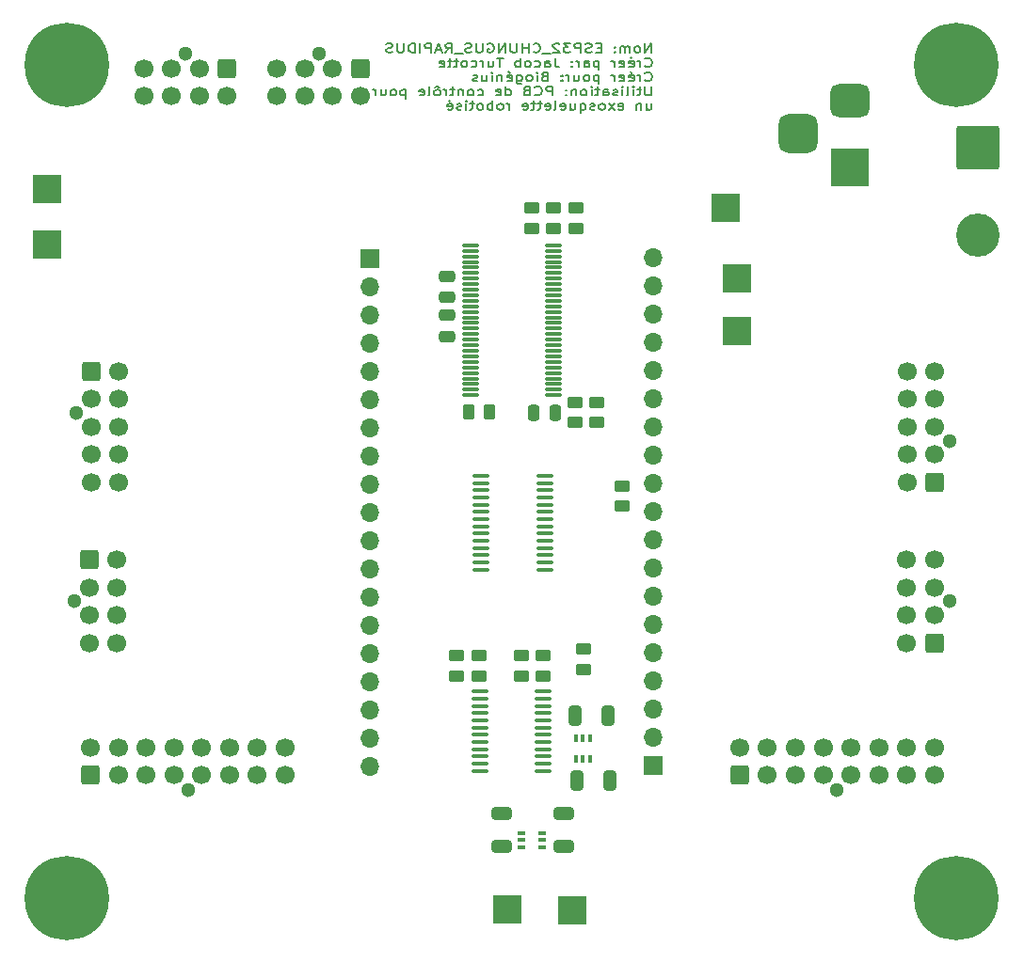
<source format=gbr>
%TF.GenerationSoftware,KiCad,Pcbnew,8.0.1-rc1*%
%TF.CreationDate,2024-04-06T08:28:56-04:00*%
%TF.ProjectId,ESP32_CHUNGUS_RAPIDUS,45535033-325f-4434-9855-4e4755535f52,rev?*%
%TF.SameCoordinates,Original*%
%TF.FileFunction,Soldermask,Bot*%
%TF.FilePolarity,Negative*%
%FSLAX46Y46*%
G04 Gerber Fmt 4.6, Leading zero omitted, Abs format (unit mm)*
G04 Created by KiCad (PCBNEW 8.0.1-rc1) date 2024-04-06 08:28:56*
%MOMM*%
%LPD*%
G01*
G04 APERTURE LIST*
G04 Aperture macros list*
%AMRoundRect*
0 Rectangle with rounded corners*
0 $1 Rounding radius*
0 $2 $3 $4 $5 $6 $7 $8 $9 X,Y pos of 4 corners*
0 Add a 4 corners polygon primitive as box body*
4,1,4,$2,$3,$4,$5,$6,$7,$8,$9,$2,$3,0*
0 Add four circle primitives for the rounded corners*
1,1,$1+$1,$2,$3*
1,1,$1+$1,$4,$5*
1,1,$1+$1,$6,$7*
1,1,$1+$1,$8,$9*
0 Add four rect primitives between the rounded corners*
20,1,$1+$1,$2,$3,$4,$5,0*
20,1,$1+$1,$4,$5,$6,$7,0*
20,1,$1+$1,$6,$7,$8,$9,0*
20,1,$1+$1,$8,$9,$2,$3,0*%
G04 Aperture macros list end*
%ADD10C,0.200000*%
%ADD11R,1.700000X1.700000*%
%ADD12O,1.700000X1.700000*%
%ADD13R,2.500000X2.500000*%
%ADD14C,1.300000*%
%ADD15RoundRect,0.250000X0.600000X-0.600000X0.600000X0.600000X-0.600000X0.600000X-0.600000X-0.600000X0*%
%ADD16C,1.700000*%
%ADD17C,7.600000*%
%ADD18RoundRect,0.250002X-1.699998X1.699998X-1.699998X-1.699998X1.699998X-1.699998X1.699998X1.699998X0*%
%ADD19C,3.900000*%
%ADD20RoundRect,0.250000X-0.600000X-0.600000X0.600000X-0.600000X0.600000X0.600000X-0.600000X0.600000X0*%
%ADD21RoundRect,0.250000X0.600000X0.600000X-0.600000X0.600000X-0.600000X-0.600000X0.600000X-0.600000X0*%
%ADD22RoundRect,0.250000X-0.600000X0.600000X-0.600000X-0.600000X0.600000X-0.600000X0.600000X0.600000X0*%
%ADD23R,3.500000X3.500000*%
%ADD24RoundRect,0.750000X-1.000000X0.750000X-1.000000X-0.750000X1.000000X-0.750000X1.000000X0.750000X0*%
%ADD25RoundRect,0.875000X-0.875000X0.875000X-0.875000X-0.875000X0.875000X-0.875000X0.875000X0.875000X0*%
%ADD26RoundRect,0.100000X0.637500X0.100000X-0.637500X0.100000X-0.637500X-0.100000X0.637500X-0.100000X0*%
%ADD27RoundRect,0.250000X-0.475000X0.250000X-0.475000X-0.250000X0.475000X-0.250000X0.475000X0.250000X0*%
%ADD28RoundRect,0.250000X-0.450000X0.262500X-0.450000X-0.262500X0.450000X-0.262500X0.450000X0.262500X0*%
%ADD29RoundRect,0.250000X0.450000X-0.262500X0.450000X0.262500X-0.450000X0.262500X-0.450000X-0.262500X0*%
%ADD30RoundRect,0.250000X0.475000X-0.250000X0.475000X0.250000X-0.475000X0.250000X-0.475000X-0.250000X0*%
%ADD31RoundRect,0.075000X0.662500X0.075000X-0.662500X0.075000X-0.662500X-0.075000X0.662500X-0.075000X0*%
%ADD32RoundRect,0.250000X0.325000X0.650000X-0.325000X0.650000X-0.325000X-0.650000X0.325000X-0.650000X0*%
%ADD33RoundRect,0.250000X-0.325000X-0.650000X0.325000X-0.650000X0.325000X0.650000X-0.325000X0.650000X0*%
%ADD34RoundRect,0.250000X0.262500X0.450000X-0.262500X0.450000X-0.262500X-0.450000X0.262500X-0.450000X0*%
%ADD35RoundRect,0.250000X-0.650000X0.325000X-0.650000X-0.325000X0.650000X-0.325000X0.650000X0.325000X0*%
%ADD36RoundRect,0.250000X0.650000X-0.325000X0.650000X0.325000X-0.650000X0.325000X-0.650000X-0.325000X0*%
%ADD37RoundRect,0.250000X-0.250000X-0.475000X0.250000X-0.475000X0.250000X0.475000X-0.250000X0.475000X0*%
%ADD38RoundRect,0.100000X-0.225000X-0.100000X0.225000X-0.100000X0.225000X0.100000X-0.225000X0.100000X0*%
%ADD39RoundRect,0.100000X-0.100000X0.225000X-0.100000X-0.225000X0.100000X-0.225000X0.100000X0.225000X0*%
G04 APERTURE END LIST*
D10*
X92700326Y-21589875D02*
X92700326Y-20789875D01*
X92700326Y-20789875D02*
X92128898Y-21589875D01*
X92128898Y-21589875D02*
X92128898Y-20789875D01*
X91509850Y-21589875D02*
X91605088Y-21551780D01*
X91605088Y-21551780D02*
X91652707Y-21513684D01*
X91652707Y-21513684D02*
X91700326Y-21437494D01*
X91700326Y-21437494D02*
X91700326Y-21208922D01*
X91700326Y-21208922D02*
X91652707Y-21132732D01*
X91652707Y-21132732D02*
X91605088Y-21094637D01*
X91605088Y-21094637D02*
X91509850Y-21056541D01*
X91509850Y-21056541D02*
X91366993Y-21056541D01*
X91366993Y-21056541D02*
X91271755Y-21094637D01*
X91271755Y-21094637D02*
X91224136Y-21132732D01*
X91224136Y-21132732D02*
X91176517Y-21208922D01*
X91176517Y-21208922D02*
X91176517Y-21437494D01*
X91176517Y-21437494D02*
X91224136Y-21513684D01*
X91224136Y-21513684D02*
X91271755Y-21551780D01*
X91271755Y-21551780D02*
X91366993Y-21589875D01*
X91366993Y-21589875D02*
X91509850Y-21589875D01*
X90747945Y-21589875D02*
X90747945Y-21056541D01*
X90747945Y-21132732D02*
X90700326Y-21094637D01*
X90700326Y-21094637D02*
X90605088Y-21056541D01*
X90605088Y-21056541D02*
X90462231Y-21056541D01*
X90462231Y-21056541D02*
X90366993Y-21094637D01*
X90366993Y-21094637D02*
X90319374Y-21170827D01*
X90319374Y-21170827D02*
X90319374Y-21589875D01*
X90319374Y-21170827D02*
X90271755Y-21094637D01*
X90271755Y-21094637D02*
X90176517Y-21056541D01*
X90176517Y-21056541D02*
X90033660Y-21056541D01*
X90033660Y-21056541D02*
X89938421Y-21094637D01*
X89938421Y-21094637D02*
X89890802Y-21170827D01*
X89890802Y-21170827D02*
X89890802Y-21589875D01*
X89414612Y-21513684D02*
X89366993Y-21551780D01*
X89366993Y-21551780D02*
X89414612Y-21589875D01*
X89414612Y-21589875D02*
X89462231Y-21551780D01*
X89462231Y-21551780D02*
X89414612Y-21513684D01*
X89414612Y-21513684D02*
X89414612Y-21589875D01*
X89414612Y-21094637D02*
X89366993Y-21132732D01*
X89366993Y-21132732D02*
X89414612Y-21170827D01*
X89414612Y-21170827D02*
X89462231Y-21132732D01*
X89462231Y-21132732D02*
X89414612Y-21094637D01*
X89414612Y-21094637D02*
X89414612Y-21170827D01*
X88176517Y-21170827D02*
X87843184Y-21170827D01*
X87700327Y-21589875D02*
X88176517Y-21589875D01*
X88176517Y-21589875D02*
X88176517Y-20789875D01*
X88176517Y-20789875D02*
X87700327Y-20789875D01*
X87319374Y-21551780D02*
X87176517Y-21589875D01*
X87176517Y-21589875D02*
X86938422Y-21589875D01*
X86938422Y-21589875D02*
X86843184Y-21551780D01*
X86843184Y-21551780D02*
X86795565Y-21513684D01*
X86795565Y-21513684D02*
X86747946Y-21437494D01*
X86747946Y-21437494D02*
X86747946Y-21361303D01*
X86747946Y-21361303D02*
X86795565Y-21285113D01*
X86795565Y-21285113D02*
X86843184Y-21247018D01*
X86843184Y-21247018D02*
X86938422Y-21208922D01*
X86938422Y-21208922D02*
X87128898Y-21170827D01*
X87128898Y-21170827D02*
X87224136Y-21132732D01*
X87224136Y-21132732D02*
X87271755Y-21094637D01*
X87271755Y-21094637D02*
X87319374Y-21018446D01*
X87319374Y-21018446D02*
X87319374Y-20942256D01*
X87319374Y-20942256D02*
X87271755Y-20866065D01*
X87271755Y-20866065D02*
X87224136Y-20827970D01*
X87224136Y-20827970D02*
X87128898Y-20789875D01*
X87128898Y-20789875D02*
X86890803Y-20789875D01*
X86890803Y-20789875D02*
X86747946Y-20827970D01*
X86319374Y-21589875D02*
X86319374Y-20789875D01*
X86319374Y-20789875D02*
X85938422Y-20789875D01*
X85938422Y-20789875D02*
X85843184Y-20827970D01*
X85843184Y-20827970D02*
X85795565Y-20866065D01*
X85795565Y-20866065D02*
X85747946Y-20942256D01*
X85747946Y-20942256D02*
X85747946Y-21056541D01*
X85747946Y-21056541D02*
X85795565Y-21132732D01*
X85795565Y-21132732D02*
X85843184Y-21170827D01*
X85843184Y-21170827D02*
X85938422Y-21208922D01*
X85938422Y-21208922D02*
X86319374Y-21208922D01*
X85414612Y-20789875D02*
X84795565Y-20789875D01*
X84795565Y-20789875D02*
X85128898Y-21094637D01*
X85128898Y-21094637D02*
X84986041Y-21094637D01*
X84986041Y-21094637D02*
X84890803Y-21132732D01*
X84890803Y-21132732D02*
X84843184Y-21170827D01*
X84843184Y-21170827D02*
X84795565Y-21247018D01*
X84795565Y-21247018D02*
X84795565Y-21437494D01*
X84795565Y-21437494D02*
X84843184Y-21513684D01*
X84843184Y-21513684D02*
X84890803Y-21551780D01*
X84890803Y-21551780D02*
X84986041Y-21589875D01*
X84986041Y-21589875D02*
X85271755Y-21589875D01*
X85271755Y-21589875D02*
X85366993Y-21551780D01*
X85366993Y-21551780D02*
X85414612Y-21513684D01*
X84414612Y-20866065D02*
X84366993Y-20827970D01*
X84366993Y-20827970D02*
X84271755Y-20789875D01*
X84271755Y-20789875D02*
X84033660Y-20789875D01*
X84033660Y-20789875D02*
X83938422Y-20827970D01*
X83938422Y-20827970D02*
X83890803Y-20866065D01*
X83890803Y-20866065D02*
X83843184Y-20942256D01*
X83843184Y-20942256D02*
X83843184Y-21018446D01*
X83843184Y-21018446D02*
X83890803Y-21132732D01*
X83890803Y-21132732D02*
X84462231Y-21589875D01*
X84462231Y-21589875D02*
X83843184Y-21589875D01*
X83652708Y-21666065D02*
X82890803Y-21666065D01*
X82081279Y-21513684D02*
X82128898Y-21551780D01*
X82128898Y-21551780D02*
X82271755Y-21589875D01*
X82271755Y-21589875D02*
X82366993Y-21589875D01*
X82366993Y-21589875D02*
X82509850Y-21551780D01*
X82509850Y-21551780D02*
X82605088Y-21475589D01*
X82605088Y-21475589D02*
X82652707Y-21399399D01*
X82652707Y-21399399D02*
X82700326Y-21247018D01*
X82700326Y-21247018D02*
X82700326Y-21132732D01*
X82700326Y-21132732D02*
X82652707Y-20980351D01*
X82652707Y-20980351D02*
X82605088Y-20904160D01*
X82605088Y-20904160D02*
X82509850Y-20827970D01*
X82509850Y-20827970D02*
X82366993Y-20789875D01*
X82366993Y-20789875D02*
X82271755Y-20789875D01*
X82271755Y-20789875D02*
X82128898Y-20827970D01*
X82128898Y-20827970D02*
X82081279Y-20866065D01*
X81652707Y-21589875D02*
X81652707Y-20789875D01*
X81652707Y-21170827D02*
X81081279Y-21170827D01*
X81081279Y-21589875D02*
X81081279Y-20789875D01*
X80605088Y-20789875D02*
X80605088Y-21437494D01*
X80605088Y-21437494D02*
X80557469Y-21513684D01*
X80557469Y-21513684D02*
X80509850Y-21551780D01*
X80509850Y-21551780D02*
X80414612Y-21589875D01*
X80414612Y-21589875D02*
X80224136Y-21589875D01*
X80224136Y-21589875D02*
X80128898Y-21551780D01*
X80128898Y-21551780D02*
X80081279Y-21513684D01*
X80081279Y-21513684D02*
X80033660Y-21437494D01*
X80033660Y-21437494D02*
X80033660Y-20789875D01*
X79557469Y-21589875D02*
X79557469Y-20789875D01*
X79557469Y-20789875D02*
X78986041Y-21589875D01*
X78986041Y-21589875D02*
X78986041Y-20789875D01*
X77986041Y-20827970D02*
X78081279Y-20789875D01*
X78081279Y-20789875D02*
X78224136Y-20789875D01*
X78224136Y-20789875D02*
X78366993Y-20827970D01*
X78366993Y-20827970D02*
X78462231Y-20904160D01*
X78462231Y-20904160D02*
X78509850Y-20980351D01*
X78509850Y-20980351D02*
X78557469Y-21132732D01*
X78557469Y-21132732D02*
X78557469Y-21247018D01*
X78557469Y-21247018D02*
X78509850Y-21399399D01*
X78509850Y-21399399D02*
X78462231Y-21475589D01*
X78462231Y-21475589D02*
X78366993Y-21551780D01*
X78366993Y-21551780D02*
X78224136Y-21589875D01*
X78224136Y-21589875D02*
X78128898Y-21589875D01*
X78128898Y-21589875D02*
X77986041Y-21551780D01*
X77986041Y-21551780D02*
X77938422Y-21513684D01*
X77938422Y-21513684D02*
X77938422Y-21247018D01*
X77938422Y-21247018D02*
X78128898Y-21247018D01*
X77509850Y-20789875D02*
X77509850Y-21437494D01*
X77509850Y-21437494D02*
X77462231Y-21513684D01*
X77462231Y-21513684D02*
X77414612Y-21551780D01*
X77414612Y-21551780D02*
X77319374Y-21589875D01*
X77319374Y-21589875D02*
X77128898Y-21589875D01*
X77128898Y-21589875D02*
X77033660Y-21551780D01*
X77033660Y-21551780D02*
X76986041Y-21513684D01*
X76986041Y-21513684D02*
X76938422Y-21437494D01*
X76938422Y-21437494D02*
X76938422Y-20789875D01*
X76509850Y-21551780D02*
X76366993Y-21589875D01*
X76366993Y-21589875D02*
X76128898Y-21589875D01*
X76128898Y-21589875D02*
X76033660Y-21551780D01*
X76033660Y-21551780D02*
X75986041Y-21513684D01*
X75986041Y-21513684D02*
X75938422Y-21437494D01*
X75938422Y-21437494D02*
X75938422Y-21361303D01*
X75938422Y-21361303D02*
X75986041Y-21285113D01*
X75986041Y-21285113D02*
X76033660Y-21247018D01*
X76033660Y-21247018D02*
X76128898Y-21208922D01*
X76128898Y-21208922D02*
X76319374Y-21170827D01*
X76319374Y-21170827D02*
X76414612Y-21132732D01*
X76414612Y-21132732D02*
X76462231Y-21094637D01*
X76462231Y-21094637D02*
X76509850Y-21018446D01*
X76509850Y-21018446D02*
X76509850Y-20942256D01*
X76509850Y-20942256D02*
X76462231Y-20866065D01*
X76462231Y-20866065D02*
X76414612Y-20827970D01*
X76414612Y-20827970D02*
X76319374Y-20789875D01*
X76319374Y-20789875D02*
X76081279Y-20789875D01*
X76081279Y-20789875D02*
X75938422Y-20827970D01*
X75747946Y-21666065D02*
X74986041Y-21666065D01*
X74176517Y-21589875D02*
X74509850Y-21208922D01*
X74747945Y-21589875D02*
X74747945Y-20789875D01*
X74747945Y-20789875D02*
X74366993Y-20789875D01*
X74366993Y-20789875D02*
X74271755Y-20827970D01*
X74271755Y-20827970D02*
X74224136Y-20866065D01*
X74224136Y-20866065D02*
X74176517Y-20942256D01*
X74176517Y-20942256D02*
X74176517Y-21056541D01*
X74176517Y-21056541D02*
X74224136Y-21132732D01*
X74224136Y-21132732D02*
X74271755Y-21170827D01*
X74271755Y-21170827D02*
X74366993Y-21208922D01*
X74366993Y-21208922D02*
X74747945Y-21208922D01*
X73795564Y-21361303D02*
X73319374Y-21361303D01*
X73890802Y-21589875D02*
X73557469Y-20789875D01*
X73557469Y-20789875D02*
X73224136Y-21589875D01*
X72890802Y-21589875D02*
X72890802Y-20789875D01*
X72890802Y-20789875D02*
X72509850Y-20789875D01*
X72509850Y-20789875D02*
X72414612Y-20827970D01*
X72414612Y-20827970D02*
X72366993Y-20866065D01*
X72366993Y-20866065D02*
X72319374Y-20942256D01*
X72319374Y-20942256D02*
X72319374Y-21056541D01*
X72319374Y-21056541D02*
X72366993Y-21132732D01*
X72366993Y-21132732D02*
X72414612Y-21170827D01*
X72414612Y-21170827D02*
X72509850Y-21208922D01*
X72509850Y-21208922D02*
X72890802Y-21208922D01*
X71890802Y-21589875D02*
X71890802Y-20789875D01*
X71414612Y-21589875D02*
X71414612Y-20789875D01*
X71414612Y-20789875D02*
X71176517Y-20789875D01*
X71176517Y-20789875D02*
X71033660Y-20827970D01*
X71033660Y-20827970D02*
X70938422Y-20904160D01*
X70938422Y-20904160D02*
X70890803Y-20980351D01*
X70890803Y-20980351D02*
X70843184Y-21132732D01*
X70843184Y-21132732D02*
X70843184Y-21247018D01*
X70843184Y-21247018D02*
X70890803Y-21399399D01*
X70890803Y-21399399D02*
X70938422Y-21475589D01*
X70938422Y-21475589D02*
X71033660Y-21551780D01*
X71033660Y-21551780D02*
X71176517Y-21589875D01*
X71176517Y-21589875D02*
X71414612Y-21589875D01*
X70414612Y-20789875D02*
X70414612Y-21437494D01*
X70414612Y-21437494D02*
X70366993Y-21513684D01*
X70366993Y-21513684D02*
X70319374Y-21551780D01*
X70319374Y-21551780D02*
X70224136Y-21589875D01*
X70224136Y-21589875D02*
X70033660Y-21589875D01*
X70033660Y-21589875D02*
X69938422Y-21551780D01*
X69938422Y-21551780D02*
X69890803Y-21513684D01*
X69890803Y-21513684D02*
X69843184Y-21437494D01*
X69843184Y-21437494D02*
X69843184Y-20789875D01*
X69414612Y-21551780D02*
X69271755Y-21589875D01*
X69271755Y-21589875D02*
X69033660Y-21589875D01*
X69033660Y-21589875D02*
X68938422Y-21551780D01*
X68938422Y-21551780D02*
X68890803Y-21513684D01*
X68890803Y-21513684D02*
X68843184Y-21437494D01*
X68843184Y-21437494D02*
X68843184Y-21361303D01*
X68843184Y-21361303D02*
X68890803Y-21285113D01*
X68890803Y-21285113D02*
X68938422Y-21247018D01*
X68938422Y-21247018D02*
X69033660Y-21208922D01*
X69033660Y-21208922D02*
X69224136Y-21170827D01*
X69224136Y-21170827D02*
X69319374Y-21132732D01*
X69319374Y-21132732D02*
X69366993Y-21094637D01*
X69366993Y-21094637D02*
X69414612Y-21018446D01*
X69414612Y-21018446D02*
X69414612Y-20942256D01*
X69414612Y-20942256D02*
X69366993Y-20866065D01*
X69366993Y-20866065D02*
X69319374Y-20827970D01*
X69319374Y-20827970D02*
X69224136Y-20789875D01*
X69224136Y-20789875D02*
X68986041Y-20789875D01*
X68986041Y-20789875D02*
X68843184Y-20827970D01*
X92128898Y-22801639D02*
X92176517Y-22839735D01*
X92176517Y-22839735D02*
X92319374Y-22877830D01*
X92319374Y-22877830D02*
X92414612Y-22877830D01*
X92414612Y-22877830D02*
X92557469Y-22839735D01*
X92557469Y-22839735D02*
X92652707Y-22763544D01*
X92652707Y-22763544D02*
X92700326Y-22687354D01*
X92700326Y-22687354D02*
X92747945Y-22534973D01*
X92747945Y-22534973D02*
X92747945Y-22420687D01*
X92747945Y-22420687D02*
X92700326Y-22268306D01*
X92700326Y-22268306D02*
X92652707Y-22192115D01*
X92652707Y-22192115D02*
X92557469Y-22115925D01*
X92557469Y-22115925D02*
X92414612Y-22077830D01*
X92414612Y-22077830D02*
X92319374Y-22077830D01*
X92319374Y-22077830D02*
X92176517Y-22115925D01*
X92176517Y-22115925D02*
X92128898Y-22154020D01*
X91700326Y-22877830D02*
X91700326Y-22344496D01*
X91700326Y-22496877D02*
X91652707Y-22420687D01*
X91652707Y-22420687D02*
X91605088Y-22382592D01*
X91605088Y-22382592D02*
X91509850Y-22344496D01*
X91509850Y-22344496D02*
X91414612Y-22344496D01*
X90700326Y-22839735D02*
X90795564Y-22877830D01*
X90795564Y-22877830D02*
X90986040Y-22877830D01*
X90986040Y-22877830D02*
X91081278Y-22839735D01*
X91081278Y-22839735D02*
X91128897Y-22763544D01*
X91128897Y-22763544D02*
X91128897Y-22458782D01*
X91128897Y-22458782D02*
X91081278Y-22382592D01*
X91081278Y-22382592D02*
X90986040Y-22344496D01*
X90986040Y-22344496D02*
X90795564Y-22344496D01*
X90795564Y-22344496D02*
X90700326Y-22382592D01*
X90700326Y-22382592D02*
X90652707Y-22458782D01*
X90652707Y-22458782D02*
X90652707Y-22534973D01*
X90652707Y-22534973D02*
X91128897Y-22611163D01*
X90795564Y-22039735D02*
X90938421Y-22154020D01*
X89843183Y-22839735D02*
X89938421Y-22877830D01*
X89938421Y-22877830D02*
X90128897Y-22877830D01*
X90128897Y-22877830D02*
X90224135Y-22839735D01*
X90224135Y-22839735D02*
X90271754Y-22763544D01*
X90271754Y-22763544D02*
X90271754Y-22458782D01*
X90271754Y-22458782D02*
X90224135Y-22382592D01*
X90224135Y-22382592D02*
X90128897Y-22344496D01*
X90128897Y-22344496D02*
X89938421Y-22344496D01*
X89938421Y-22344496D02*
X89843183Y-22382592D01*
X89843183Y-22382592D02*
X89795564Y-22458782D01*
X89795564Y-22458782D02*
X89795564Y-22534973D01*
X89795564Y-22534973D02*
X90271754Y-22611163D01*
X89366992Y-22877830D02*
X89366992Y-22344496D01*
X89366992Y-22496877D02*
X89319373Y-22420687D01*
X89319373Y-22420687D02*
X89271754Y-22382592D01*
X89271754Y-22382592D02*
X89176516Y-22344496D01*
X89176516Y-22344496D02*
X89081278Y-22344496D01*
X87986039Y-22344496D02*
X87986039Y-23144496D01*
X87986039Y-22382592D02*
X87890801Y-22344496D01*
X87890801Y-22344496D02*
X87700325Y-22344496D01*
X87700325Y-22344496D02*
X87605087Y-22382592D01*
X87605087Y-22382592D02*
X87557468Y-22420687D01*
X87557468Y-22420687D02*
X87509849Y-22496877D01*
X87509849Y-22496877D02*
X87509849Y-22725449D01*
X87509849Y-22725449D02*
X87557468Y-22801639D01*
X87557468Y-22801639D02*
X87605087Y-22839735D01*
X87605087Y-22839735D02*
X87700325Y-22877830D01*
X87700325Y-22877830D02*
X87890801Y-22877830D01*
X87890801Y-22877830D02*
X87986039Y-22839735D01*
X86652706Y-22877830D02*
X86652706Y-22458782D01*
X86652706Y-22458782D02*
X86700325Y-22382592D01*
X86700325Y-22382592D02*
X86795563Y-22344496D01*
X86795563Y-22344496D02*
X86986039Y-22344496D01*
X86986039Y-22344496D02*
X87081277Y-22382592D01*
X86652706Y-22839735D02*
X86747944Y-22877830D01*
X86747944Y-22877830D02*
X86986039Y-22877830D01*
X86986039Y-22877830D02*
X87081277Y-22839735D01*
X87081277Y-22839735D02*
X87128896Y-22763544D01*
X87128896Y-22763544D02*
X87128896Y-22687354D01*
X87128896Y-22687354D02*
X87081277Y-22611163D01*
X87081277Y-22611163D02*
X86986039Y-22573068D01*
X86986039Y-22573068D02*
X86747944Y-22573068D01*
X86747944Y-22573068D02*
X86652706Y-22534973D01*
X86176515Y-22877830D02*
X86176515Y-22344496D01*
X86176515Y-22496877D02*
X86128896Y-22420687D01*
X86128896Y-22420687D02*
X86081277Y-22382592D01*
X86081277Y-22382592D02*
X85986039Y-22344496D01*
X85986039Y-22344496D02*
X85890801Y-22344496D01*
X85557467Y-22801639D02*
X85509848Y-22839735D01*
X85509848Y-22839735D02*
X85557467Y-22877830D01*
X85557467Y-22877830D02*
X85605086Y-22839735D01*
X85605086Y-22839735D02*
X85557467Y-22801639D01*
X85557467Y-22801639D02*
X85557467Y-22877830D01*
X85557467Y-22382592D02*
X85509848Y-22420687D01*
X85509848Y-22420687D02*
X85557467Y-22458782D01*
X85557467Y-22458782D02*
X85605086Y-22420687D01*
X85605086Y-22420687D02*
X85557467Y-22382592D01*
X85557467Y-22382592D02*
X85557467Y-22458782D01*
X84033658Y-22077830D02*
X84033658Y-22649258D01*
X84033658Y-22649258D02*
X84081277Y-22763544D01*
X84081277Y-22763544D02*
X84176515Y-22839735D01*
X84176515Y-22839735D02*
X84319372Y-22877830D01*
X84319372Y-22877830D02*
X84414610Y-22877830D01*
X83128896Y-22877830D02*
X83128896Y-22458782D01*
X83128896Y-22458782D02*
X83176515Y-22382592D01*
X83176515Y-22382592D02*
X83271753Y-22344496D01*
X83271753Y-22344496D02*
X83462229Y-22344496D01*
X83462229Y-22344496D02*
X83557467Y-22382592D01*
X83128896Y-22839735D02*
X83224134Y-22877830D01*
X83224134Y-22877830D02*
X83462229Y-22877830D01*
X83462229Y-22877830D02*
X83557467Y-22839735D01*
X83557467Y-22839735D02*
X83605086Y-22763544D01*
X83605086Y-22763544D02*
X83605086Y-22687354D01*
X83605086Y-22687354D02*
X83557467Y-22611163D01*
X83557467Y-22611163D02*
X83462229Y-22573068D01*
X83462229Y-22573068D02*
X83224134Y-22573068D01*
X83224134Y-22573068D02*
X83128896Y-22534973D01*
X82224134Y-22839735D02*
X82319372Y-22877830D01*
X82319372Y-22877830D02*
X82509848Y-22877830D01*
X82509848Y-22877830D02*
X82605086Y-22839735D01*
X82605086Y-22839735D02*
X82652705Y-22801639D01*
X82652705Y-22801639D02*
X82700324Y-22725449D01*
X82700324Y-22725449D02*
X82700324Y-22496877D01*
X82700324Y-22496877D02*
X82652705Y-22420687D01*
X82652705Y-22420687D02*
X82605086Y-22382592D01*
X82605086Y-22382592D02*
X82509848Y-22344496D01*
X82509848Y-22344496D02*
X82319372Y-22344496D01*
X82319372Y-22344496D02*
X82224134Y-22382592D01*
X81652705Y-22877830D02*
X81747943Y-22839735D01*
X81747943Y-22839735D02*
X81795562Y-22801639D01*
X81795562Y-22801639D02*
X81843181Y-22725449D01*
X81843181Y-22725449D02*
X81843181Y-22496877D01*
X81843181Y-22496877D02*
X81795562Y-22420687D01*
X81795562Y-22420687D02*
X81747943Y-22382592D01*
X81747943Y-22382592D02*
X81652705Y-22344496D01*
X81652705Y-22344496D02*
X81509848Y-22344496D01*
X81509848Y-22344496D02*
X81414610Y-22382592D01*
X81414610Y-22382592D02*
X81366991Y-22420687D01*
X81366991Y-22420687D02*
X81319372Y-22496877D01*
X81319372Y-22496877D02*
X81319372Y-22725449D01*
X81319372Y-22725449D02*
X81366991Y-22801639D01*
X81366991Y-22801639D02*
X81414610Y-22839735D01*
X81414610Y-22839735D02*
X81509848Y-22877830D01*
X81509848Y-22877830D02*
X81652705Y-22877830D01*
X80890800Y-22877830D02*
X80890800Y-22077830D01*
X80890800Y-22382592D02*
X80795562Y-22344496D01*
X80795562Y-22344496D02*
X80605086Y-22344496D01*
X80605086Y-22344496D02*
X80509848Y-22382592D01*
X80509848Y-22382592D02*
X80462229Y-22420687D01*
X80462229Y-22420687D02*
X80414610Y-22496877D01*
X80414610Y-22496877D02*
X80414610Y-22725449D01*
X80414610Y-22725449D02*
X80462229Y-22801639D01*
X80462229Y-22801639D02*
X80509848Y-22839735D01*
X80509848Y-22839735D02*
X80605086Y-22877830D01*
X80605086Y-22877830D02*
X80795562Y-22877830D01*
X80795562Y-22877830D02*
X80890800Y-22839735D01*
X79366990Y-22077830D02*
X78795562Y-22077830D01*
X79081276Y-22877830D02*
X79081276Y-22077830D01*
X78033657Y-22344496D02*
X78033657Y-22877830D01*
X78462228Y-22344496D02*
X78462228Y-22763544D01*
X78462228Y-22763544D02*
X78414609Y-22839735D01*
X78414609Y-22839735D02*
X78319371Y-22877830D01*
X78319371Y-22877830D02*
X78176514Y-22877830D01*
X78176514Y-22877830D02*
X78081276Y-22839735D01*
X78081276Y-22839735D02*
X78033657Y-22801639D01*
X77557466Y-22877830D02*
X77557466Y-22344496D01*
X77557466Y-22496877D02*
X77509847Y-22420687D01*
X77509847Y-22420687D02*
X77462228Y-22382592D01*
X77462228Y-22382592D02*
X77366990Y-22344496D01*
X77366990Y-22344496D02*
X77271752Y-22344496D01*
X76509847Y-22839735D02*
X76605085Y-22877830D01*
X76605085Y-22877830D02*
X76795561Y-22877830D01*
X76795561Y-22877830D02*
X76890799Y-22839735D01*
X76890799Y-22839735D02*
X76938418Y-22801639D01*
X76938418Y-22801639D02*
X76986037Y-22725449D01*
X76986037Y-22725449D02*
X76986037Y-22496877D01*
X76986037Y-22496877D02*
X76938418Y-22420687D01*
X76938418Y-22420687D02*
X76890799Y-22382592D01*
X76890799Y-22382592D02*
X76795561Y-22344496D01*
X76795561Y-22344496D02*
X76605085Y-22344496D01*
X76605085Y-22344496D02*
X76509847Y-22382592D01*
X75938418Y-22877830D02*
X76033656Y-22839735D01*
X76033656Y-22839735D02*
X76081275Y-22801639D01*
X76081275Y-22801639D02*
X76128894Y-22725449D01*
X76128894Y-22725449D02*
X76128894Y-22496877D01*
X76128894Y-22496877D02*
X76081275Y-22420687D01*
X76081275Y-22420687D02*
X76033656Y-22382592D01*
X76033656Y-22382592D02*
X75938418Y-22344496D01*
X75938418Y-22344496D02*
X75795561Y-22344496D01*
X75795561Y-22344496D02*
X75700323Y-22382592D01*
X75700323Y-22382592D02*
X75652704Y-22420687D01*
X75652704Y-22420687D02*
X75605085Y-22496877D01*
X75605085Y-22496877D02*
X75605085Y-22725449D01*
X75605085Y-22725449D02*
X75652704Y-22801639D01*
X75652704Y-22801639D02*
X75700323Y-22839735D01*
X75700323Y-22839735D02*
X75795561Y-22877830D01*
X75795561Y-22877830D02*
X75938418Y-22877830D01*
X75319370Y-22344496D02*
X74938418Y-22344496D01*
X75176513Y-22077830D02*
X75176513Y-22763544D01*
X75176513Y-22763544D02*
X75128894Y-22839735D01*
X75128894Y-22839735D02*
X75033656Y-22877830D01*
X75033656Y-22877830D02*
X74938418Y-22877830D01*
X74747941Y-22344496D02*
X74366989Y-22344496D01*
X74605084Y-22077830D02*
X74605084Y-22763544D01*
X74605084Y-22763544D02*
X74557465Y-22839735D01*
X74557465Y-22839735D02*
X74462227Y-22877830D01*
X74462227Y-22877830D02*
X74366989Y-22877830D01*
X73652703Y-22839735D02*
X73747941Y-22877830D01*
X73747941Y-22877830D02*
X73938417Y-22877830D01*
X73938417Y-22877830D02*
X74033655Y-22839735D01*
X74033655Y-22839735D02*
X74081274Y-22763544D01*
X74081274Y-22763544D02*
X74081274Y-22458782D01*
X74081274Y-22458782D02*
X74033655Y-22382592D01*
X74033655Y-22382592D02*
X73938417Y-22344496D01*
X73938417Y-22344496D02*
X73747941Y-22344496D01*
X73747941Y-22344496D02*
X73652703Y-22382592D01*
X73652703Y-22382592D02*
X73605084Y-22458782D01*
X73605084Y-22458782D02*
X73605084Y-22534973D01*
X73605084Y-22534973D02*
X74081274Y-22611163D01*
X92128898Y-24089594D02*
X92176517Y-24127690D01*
X92176517Y-24127690D02*
X92319374Y-24165785D01*
X92319374Y-24165785D02*
X92414612Y-24165785D01*
X92414612Y-24165785D02*
X92557469Y-24127690D01*
X92557469Y-24127690D02*
X92652707Y-24051499D01*
X92652707Y-24051499D02*
X92700326Y-23975309D01*
X92700326Y-23975309D02*
X92747945Y-23822928D01*
X92747945Y-23822928D02*
X92747945Y-23708642D01*
X92747945Y-23708642D02*
X92700326Y-23556261D01*
X92700326Y-23556261D02*
X92652707Y-23480070D01*
X92652707Y-23480070D02*
X92557469Y-23403880D01*
X92557469Y-23403880D02*
X92414612Y-23365785D01*
X92414612Y-23365785D02*
X92319374Y-23365785D01*
X92319374Y-23365785D02*
X92176517Y-23403880D01*
X92176517Y-23403880D02*
X92128898Y-23441975D01*
X91700326Y-24165785D02*
X91700326Y-23632451D01*
X91700326Y-23784832D02*
X91652707Y-23708642D01*
X91652707Y-23708642D02*
X91605088Y-23670547D01*
X91605088Y-23670547D02*
X91509850Y-23632451D01*
X91509850Y-23632451D02*
X91414612Y-23632451D01*
X90700326Y-24127690D02*
X90795564Y-24165785D01*
X90795564Y-24165785D02*
X90986040Y-24165785D01*
X90986040Y-24165785D02*
X91081278Y-24127690D01*
X91081278Y-24127690D02*
X91128897Y-24051499D01*
X91128897Y-24051499D02*
X91128897Y-23746737D01*
X91128897Y-23746737D02*
X91081278Y-23670547D01*
X91081278Y-23670547D02*
X90986040Y-23632451D01*
X90986040Y-23632451D02*
X90795564Y-23632451D01*
X90795564Y-23632451D02*
X90700326Y-23670547D01*
X90700326Y-23670547D02*
X90652707Y-23746737D01*
X90652707Y-23746737D02*
X90652707Y-23822928D01*
X90652707Y-23822928D02*
X91128897Y-23899118D01*
X90795564Y-23327690D02*
X90938421Y-23441975D01*
X89843183Y-24127690D02*
X89938421Y-24165785D01*
X89938421Y-24165785D02*
X90128897Y-24165785D01*
X90128897Y-24165785D02*
X90224135Y-24127690D01*
X90224135Y-24127690D02*
X90271754Y-24051499D01*
X90271754Y-24051499D02*
X90271754Y-23746737D01*
X90271754Y-23746737D02*
X90224135Y-23670547D01*
X90224135Y-23670547D02*
X90128897Y-23632451D01*
X90128897Y-23632451D02*
X89938421Y-23632451D01*
X89938421Y-23632451D02*
X89843183Y-23670547D01*
X89843183Y-23670547D02*
X89795564Y-23746737D01*
X89795564Y-23746737D02*
X89795564Y-23822928D01*
X89795564Y-23822928D02*
X90271754Y-23899118D01*
X89366992Y-24165785D02*
X89366992Y-23632451D01*
X89366992Y-23784832D02*
X89319373Y-23708642D01*
X89319373Y-23708642D02*
X89271754Y-23670547D01*
X89271754Y-23670547D02*
X89176516Y-23632451D01*
X89176516Y-23632451D02*
X89081278Y-23632451D01*
X87986039Y-23632451D02*
X87986039Y-24432451D01*
X87986039Y-23670547D02*
X87890801Y-23632451D01*
X87890801Y-23632451D02*
X87700325Y-23632451D01*
X87700325Y-23632451D02*
X87605087Y-23670547D01*
X87605087Y-23670547D02*
X87557468Y-23708642D01*
X87557468Y-23708642D02*
X87509849Y-23784832D01*
X87509849Y-23784832D02*
X87509849Y-24013404D01*
X87509849Y-24013404D02*
X87557468Y-24089594D01*
X87557468Y-24089594D02*
X87605087Y-24127690D01*
X87605087Y-24127690D02*
X87700325Y-24165785D01*
X87700325Y-24165785D02*
X87890801Y-24165785D01*
X87890801Y-24165785D02*
X87986039Y-24127690D01*
X86938420Y-24165785D02*
X87033658Y-24127690D01*
X87033658Y-24127690D02*
X87081277Y-24089594D01*
X87081277Y-24089594D02*
X87128896Y-24013404D01*
X87128896Y-24013404D02*
X87128896Y-23784832D01*
X87128896Y-23784832D02*
X87081277Y-23708642D01*
X87081277Y-23708642D02*
X87033658Y-23670547D01*
X87033658Y-23670547D02*
X86938420Y-23632451D01*
X86938420Y-23632451D02*
X86795563Y-23632451D01*
X86795563Y-23632451D02*
X86700325Y-23670547D01*
X86700325Y-23670547D02*
X86652706Y-23708642D01*
X86652706Y-23708642D02*
X86605087Y-23784832D01*
X86605087Y-23784832D02*
X86605087Y-24013404D01*
X86605087Y-24013404D02*
X86652706Y-24089594D01*
X86652706Y-24089594D02*
X86700325Y-24127690D01*
X86700325Y-24127690D02*
X86795563Y-24165785D01*
X86795563Y-24165785D02*
X86938420Y-24165785D01*
X85747944Y-23632451D02*
X85747944Y-24165785D01*
X86176515Y-23632451D02*
X86176515Y-24051499D01*
X86176515Y-24051499D02*
X86128896Y-24127690D01*
X86128896Y-24127690D02*
X86033658Y-24165785D01*
X86033658Y-24165785D02*
X85890801Y-24165785D01*
X85890801Y-24165785D02*
X85795563Y-24127690D01*
X85795563Y-24127690D02*
X85747944Y-24089594D01*
X85271753Y-24165785D02*
X85271753Y-23632451D01*
X85271753Y-23784832D02*
X85224134Y-23708642D01*
X85224134Y-23708642D02*
X85176515Y-23670547D01*
X85176515Y-23670547D02*
X85081277Y-23632451D01*
X85081277Y-23632451D02*
X84986039Y-23632451D01*
X84652705Y-24089594D02*
X84605086Y-24127690D01*
X84605086Y-24127690D02*
X84652705Y-24165785D01*
X84652705Y-24165785D02*
X84700324Y-24127690D01*
X84700324Y-24127690D02*
X84652705Y-24089594D01*
X84652705Y-24089594D02*
X84652705Y-24165785D01*
X84652705Y-23670547D02*
X84605086Y-23708642D01*
X84605086Y-23708642D02*
X84652705Y-23746737D01*
X84652705Y-23746737D02*
X84700324Y-23708642D01*
X84700324Y-23708642D02*
X84652705Y-23670547D01*
X84652705Y-23670547D02*
X84652705Y-23746737D01*
X83081277Y-23746737D02*
X82938420Y-23784832D01*
X82938420Y-23784832D02*
X82890801Y-23822928D01*
X82890801Y-23822928D02*
X82843182Y-23899118D01*
X82843182Y-23899118D02*
X82843182Y-24013404D01*
X82843182Y-24013404D02*
X82890801Y-24089594D01*
X82890801Y-24089594D02*
X82938420Y-24127690D01*
X82938420Y-24127690D02*
X83033658Y-24165785D01*
X83033658Y-24165785D02*
X83414610Y-24165785D01*
X83414610Y-24165785D02*
X83414610Y-23365785D01*
X83414610Y-23365785D02*
X83081277Y-23365785D01*
X83081277Y-23365785D02*
X82986039Y-23403880D01*
X82986039Y-23403880D02*
X82938420Y-23441975D01*
X82938420Y-23441975D02*
X82890801Y-23518166D01*
X82890801Y-23518166D02*
X82890801Y-23594356D01*
X82890801Y-23594356D02*
X82938420Y-23670547D01*
X82938420Y-23670547D02*
X82986039Y-23708642D01*
X82986039Y-23708642D02*
X83081277Y-23746737D01*
X83081277Y-23746737D02*
X83414610Y-23746737D01*
X82414610Y-24165785D02*
X82414610Y-23632451D01*
X82414610Y-23365785D02*
X82462229Y-23403880D01*
X82462229Y-23403880D02*
X82414610Y-23441975D01*
X82414610Y-23441975D02*
X82366991Y-23403880D01*
X82366991Y-23403880D02*
X82414610Y-23365785D01*
X82414610Y-23365785D02*
X82414610Y-23441975D01*
X81795563Y-24165785D02*
X81890801Y-24127690D01*
X81890801Y-24127690D02*
X81938420Y-24089594D01*
X81938420Y-24089594D02*
X81986039Y-24013404D01*
X81986039Y-24013404D02*
X81986039Y-23784832D01*
X81986039Y-23784832D02*
X81938420Y-23708642D01*
X81938420Y-23708642D02*
X81890801Y-23670547D01*
X81890801Y-23670547D02*
X81795563Y-23632451D01*
X81795563Y-23632451D02*
X81652706Y-23632451D01*
X81652706Y-23632451D02*
X81557468Y-23670547D01*
X81557468Y-23670547D02*
X81509849Y-23708642D01*
X81509849Y-23708642D02*
X81462230Y-23784832D01*
X81462230Y-23784832D02*
X81462230Y-24013404D01*
X81462230Y-24013404D02*
X81509849Y-24089594D01*
X81509849Y-24089594D02*
X81557468Y-24127690D01*
X81557468Y-24127690D02*
X81652706Y-24165785D01*
X81652706Y-24165785D02*
X81795563Y-24165785D01*
X80605087Y-23632451D02*
X80605087Y-24280070D01*
X80605087Y-24280070D02*
X80652706Y-24356261D01*
X80652706Y-24356261D02*
X80700325Y-24394356D01*
X80700325Y-24394356D02*
X80795563Y-24432451D01*
X80795563Y-24432451D02*
X80938420Y-24432451D01*
X80938420Y-24432451D02*
X81033658Y-24394356D01*
X80605087Y-24127690D02*
X80700325Y-24165785D01*
X80700325Y-24165785D02*
X80890801Y-24165785D01*
X80890801Y-24165785D02*
X80986039Y-24127690D01*
X80986039Y-24127690D02*
X81033658Y-24089594D01*
X81033658Y-24089594D02*
X81081277Y-24013404D01*
X81081277Y-24013404D02*
X81081277Y-23784832D01*
X81081277Y-23784832D02*
X81033658Y-23708642D01*
X81033658Y-23708642D02*
X80986039Y-23670547D01*
X80986039Y-23670547D02*
X80890801Y-23632451D01*
X80890801Y-23632451D02*
X80700325Y-23632451D01*
X80700325Y-23632451D02*
X80605087Y-23670547D01*
X79747944Y-24127690D02*
X79843182Y-24165785D01*
X79843182Y-24165785D02*
X80033658Y-24165785D01*
X80033658Y-24165785D02*
X80128896Y-24127690D01*
X80128896Y-24127690D02*
X80176515Y-24051499D01*
X80176515Y-24051499D02*
X80176515Y-23746737D01*
X80176515Y-23746737D02*
X80128896Y-23670547D01*
X80128896Y-23670547D02*
X80033658Y-23632451D01*
X80033658Y-23632451D02*
X79843182Y-23632451D01*
X79843182Y-23632451D02*
X79747944Y-23670547D01*
X79747944Y-23670547D02*
X79700325Y-23746737D01*
X79700325Y-23746737D02*
X79700325Y-23822928D01*
X79700325Y-23822928D02*
X80176515Y-23899118D01*
X79843182Y-23327690D02*
X79986039Y-23441975D01*
X79271753Y-23632451D02*
X79271753Y-24165785D01*
X79271753Y-23708642D02*
X79224134Y-23670547D01*
X79224134Y-23670547D02*
X79128896Y-23632451D01*
X79128896Y-23632451D02*
X78986039Y-23632451D01*
X78986039Y-23632451D02*
X78890801Y-23670547D01*
X78890801Y-23670547D02*
X78843182Y-23746737D01*
X78843182Y-23746737D02*
X78843182Y-24165785D01*
X78366991Y-24165785D02*
X78366991Y-23632451D01*
X78366991Y-23365785D02*
X78414610Y-23403880D01*
X78414610Y-23403880D02*
X78366991Y-23441975D01*
X78366991Y-23441975D02*
X78319372Y-23403880D01*
X78319372Y-23403880D02*
X78366991Y-23365785D01*
X78366991Y-23365785D02*
X78366991Y-23441975D01*
X77462230Y-23632451D02*
X77462230Y-24165785D01*
X77890801Y-23632451D02*
X77890801Y-24051499D01*
X77890801Y-24051499D02*
X77843182Y-24127690D01*
X77843182Y-24127690D02*
X77747944Y-24165785D01*
X77747944Y-24165785D02*
X77605087Y-24165785D01*
X77605087Y-24165785D02*
X77509849Y-24127690D01*
X77509849Y-24127690D02*
X77462230Y-24089594D01*
X77033658Y-24127690D02*
X76938420Y-24165785D01*
X76938420Y-24165785D02*
X76747944Y-24165785D01*
X76747944Y-24165785D02*
X76652706Y-24127690D01*
X76652706Y-24127690D02*
X76605087Y-24051499D01*
X76605087Y-24051499D02*
X76605087Y-24013404D01*
X76605087Y-24013404D02*
X76652706Y-23937213D01*
X76652706Y-23937213D02*
X76747944Y-23899118D01*
X76747944Y-23899118D02*
X76890801Y-23899118D01*
X76890801Y-23899118D02*
X76986039Y-23861023D01*
X76986039Y-23861023D02*
X77033658Y-23784832D01*
X77033658Y-23784832D02*
X77033658Y-23746737D01*
X77033658Y-23746737D02*
X76986039Y-23670547D01*
X76986039Y-23670547D02*
X76890801Y-23632451D01*
X76890801Y-23632451D02*
X76747944Y-23632451D01*
X76747944Y-23632451D02*
X76652706Y-23670547D01*
X92700326Y-24653740D02*
X92700326Y-25301359D01*
X92700326Y-25301359D02*
X92652707Y-25377549D01*
X92652707Y-25377549D02*
X92605088Y-25415645D01*
X92605088Y-25415645D02*
X92509850Y-25453740D01*
X92509850Y-25453740D02*
X92319374Y-25453740D01*
X92319374Y-25453740D02*
X92224136Y-25415645D01*
X92224136Y-25415645D02*
X92176517Y-25377549D01*
X92176517Y-25377549D02*
X92128898Y-25301359D01*
X92128898Y-25301359D02*
X92128898Y-24653740D01*
X91795564Y-24920406D02*
X91414612Y-24920406D01*
X91652707Y-24653740D02*
X91652707Y-25339454D01*
X91652707Y-25339454D02*
X91605088Y-25415645D01*
X91605088Y-25415645D02*
X91509850Y-25453740D01*
X91509850Y-25453740D02*
X91414612Y-25453740D01*
X91081278Y-25453740D02*
X91081278Y-24920406D01*
X91081278Y-24653740D02*
X91128897Y-24691835D01*
X91128897Y-24691835D02*
X91081278Y-24729930D01*
X91081278Y-24729930D02*
X91033659Y-24691835D01*
X91033659Y-24691835D02*
X91081278Y-24653740D01*
X91081278Y-24653740D02*
X91081278Y-24729930D01*
X90462231Y-25453740D02*
X90557469Y-25415645D01*
X90557469Y-25415645D02*
X90605088Y-25339454D01*
X90605088Y-25339454D02*
X90605088Y-24653740D01*
X90081278Y-25453740D02*
X90081278Y-24920406D01*
X90081278Y-24653740D02*
X90128897Y-24691835D01*
X90128897Y-24691835D02*
X90081278Y-24729930D01*
X90081278Y-24729930D02*
X90033659Y-24691835D01*
X90033659Y-24691835D02*
X90081278Y-24653740D01*
X90081278Y-24653740D02*
X90081278Y-24729930D01*
X89652707Y-25415645D02*
X89557469Y-25453740D01*
X89557469Y-25453740D02*
X89366993Y-25453740D01*
X89366993Y-25453740D02*
X89271755Y-25415645D01*
X89271755Y-25415645D02*
X89224136Y-25339454D01*
X89224136Y-25339454D02*
X89224136Y-25301359D01*
X89224136Y-25301359D02*
X89271755Y-25225168D01*
X89271755Y-25225168D02*
X89366993Y-25187073D01*
X89366993Y-25187073D02*
X89509850Y-25187073D01*
X89509850Y-25187073D02*
X89605088Y-25148978D01*
X89605088Y-25148978D02*
X89652707Y-25072787D01*
X89652707Y-25072787D02*
X89652707Y-25034692D01*
X89652707Y-25034692D02*
X89605088Y-24958502D01*
X89605088Y-24958502D02*
X89509850Y-24920406D01*
X89509850Y-24920406D02*
X89366993Y-24920406D01*
X89366993Y-24920406D02*
X89271755Y-24958502D01*
X88366993Y-25453740D02*
X88366993Y-25034692D01*
X88366993Y-25034692D02*
X88414612Y-24958502D01*
X88414612Y-24958502D02*
X88509850Y-24920406D01*
X88509850Y-24920406D02*
X88700326Y-24920406D01*
X88700326Y-24920406D02*
X88795564Y-24958502D01*
X88366993Y-25415645D02*
X88462231Y-25453740D01*
X88462231Y-25453740D02*
X88700326Y-25453740D01*
X88700326Y-25453740D02*
X88795564Y-25415645D01*
X88795564Y-25415645D02*
X88843183Y-25339454D01*
X88843183Y-25339454D02*
X88843183Y-25263264D01*
X88843183Y-25263264D02*
X88795564Y-25187073D01*
X88795564Y-25187073D02*
X88700326Y-25148978D01*
X88700326Y-25148978D02*
X88462231Y-25148978D01*
X88462231Y-25148978D02*
X88366993Y-25110883D01*
X88033659Y-24920406D02*
X87652707Y-24920406D01*
X87890802Y-24653740D02*
X87890802Y-25339454D01*
X87890802Y-25339454D02*
X87843183Y-25415645D01*
X87843183Y-25415645D02*
X87747945Y-25453740D01*
X87747945Y-25453740D02*
X87652707Y-25453740D01*
X87319373Y-25453740D02*
X87319373Y-24920406D01*
X87319373Y-24653740D02*
X87366992Y-24691835D01*
X87366992Y-24691835D02*
X87319373Y-24729930D01*
X87319373Y-24729930D02*
X87271754Y-24691835D01*
X87271754Y-24691835D02*
X87319373Y-24653740D01*
X87319373Y-24653740D02*
X87319373Y-24729930D01*
X86700326Y-25453740D02*
X86795564Y-25415645D01*
X86795564Y-25415645D02*
X86843183Y-25377549D01*
X86843183Y-25377549D02*
X86890802Y-25301359D01*
X86890802Y-25301359D02*
X86890802Y-25072787D01*
X86890802Y-25072787D02*
X86843183Y-24996597D01*
X86843183Y-24996597D02*
X86795564Y-24958502D01*
X86795564Y-24958502D02*
X86700326Y-24920406D01*
X86700326Y-24920406D02*
X86557469Y-24920406D01*
X86557469Y-24920406D02*
X86462231Y-24958502D01*
X86462231Y-24958502D02*
X86414612Y-24996597D01*
X86414612Y-24996597D02*
X86366993Y-25072787D01*
X86366993Y-25072787D02*
X86366993Y-25301359D01*
X86366993Y-25301359D02*
X86414612Y-25377549D01*
X86414612Y-25377549D02*
X86462231Y-25415645D01*
X86462231Y-25415645D02*
X86557469Y-25453740D01*
X86557469Y-25453740D02*
X86700326Y-25453740D01*
X85938421Y-24920406D02*
X85938421Y-25453740D01*
X85938421Y-24996597D02*
X85890802Y-24958502D01*
X85890802Y-24958502D02*
X85795564Y-24920406D01*
X85795564Y-24920406D02*
X85652707Y-24920406D01*
X85652707Y-24920406D02*
X85557469Y-24958502D01*
X85557469Y-24958502D02*
X85509850Y-25034692D01*
X85509850Y-25034692D02*
X85509850Y-25453740D01*
X85033659Y-25377549D02*
X84986040Y-25415645D01*
X84986040Y-25415645D02*
X85033659Y-25453740D01*
X85033659Y-25453740D02*
X85081278Y-25415645D01*
X85081278Y-25415645D02*
X85033659Y-25377549D01*
X85033659Y-25377549D02*
X85033659Y-25453740D01*
X85033659Y-24958502D02*
X84986040Y-24996597D01*
X84986040Y-24996597D02*
X85033659Y-25034692D01*
X85033659Y-25034692D02*
X85081278Y-24996597D01*
X85081278Y-24996597D02*
X85033659Y-24958502D01*
X85033659Y-24958502D02*
X85033659Y-25034692D01*
X83795564Y-25453740D02*
X83795564Y-24653740D01*
X83795564Y-24653740D02*
X83414612Y-24653740D01*
X83414612Y-24653740D02*
X83319374Y-24691835D01*
X83319374Y-24691835D02*
X83271755Y-24729930D01*
X83271755Y-24729930D02*
X83224136Y-24806121D01*
X83224136Y-24806121D02*
X83224136Y-24920406D01*
X83224136Y-24920406D02*
X83271755Y-24996597D01*
X83271755Y-24996597D02*
X83319374Y-25034692D01*
X83319374Y-25034692D02*
X83414612Y-25072787D01*
X83414612Y-25072787D02*
X83795564Y-25072787D01*
X82224136Y-25377549D02*
X82271755Y-25415645D01*
X82271755Y-25415645D02*
X82414612Y-25453740D01*
X82414612Y-25453740D02*
X82509850Y-25453740D01*
X82509850Y-25453740D02*
X82652707Y-25415645D01*
X82652707Y-25415645D02*
X82747945Y-25339454D01*
X82747945Y-25339454D02*
X82795564Y-25263264D01*
X82795564Y-25263264D02*
X82843183Y-25110883D01*
X82843183Y-25110883D02*
X82843183Y-24996597D01*
X82843183Y-24996597D02*
X82795564Y-24844216D01*
X82795564Y-24844216D02*
X82747945Y-24768025D01*
X82747945Y-24768025D02*
X82652707Y-24691835D01*
X82652707Y-24691835D02*
X82509850Y-24653740D01*
X82509850Y-24653740D02*
X82414612Y-24653740D01*
X82414612Y-24653740D02*
X82271755Y-24691835D01*
X82271755Y-24691835D02*
X82224136Y-24729930D01*
X81462231Y-25034692D02*
X81319374Y-25072787D01*
X81319374Y-25072787D02*
X81271755Y-25110883D01*
X81271755Y-25110883D02*
X81224136Y-25187073D01*
X81224136Y-25187073D02*
X81224136Y-25301359D01*
X81224136Y-25301359D02*
X81271755Y-25377549D01*
X81271755Y-25377549D02*
X81319374Y-25415645D01*
X81319374Y-25415645D02*
X81414612Y-25453740D01*
X81414612Y-25453740D02*
X81795564Y-25453740D01*
X81795564Y-25453740D02*
X81795564Y-24653740D01*
X81795564Y-24653740D02*
X81462231Y-24653740D01*
X81462231Y-24653740D02*
X81366993Y-24691835D01*
X81366993Y-24691835D02*
X81319374Y-24729930D01*
X81319374Y-24729930D02*
X81271755Y-24806121D01*
X81271755Y-24806121D02*
X81271755Y-24882311D01*
X81271755Y-24882311D02*
X81319374Y-24958502D01*
X81319374Y-24958502D02*
X81366993Y-24996597D01*
X81366993Y-24996597D02*
X81462231Y-25034692D01*
X81462231Y-25034692D02*
X81795564Y-25034692D01*
X79605088Y-25453740D02*
X79605088Y-24653740D01*
X79605088Y-25415645D02*
X79700326Y-25453740D01*
X79700326Y-25453740D02*
X79890802Y-25453740D01*
X79890802Y-25453740D02*
X79986040Y-25415645D01*
X79986040Y-25415645D02*
X80033659Y-25377549D01*
X80033659Y-25377549D02*
X80081278Y-25301359D01*
X80081278Y-25301359D02*
X80081278Y-25072787D01*
X80081278Y-25072787D02*
X80033659Y-24996597D01*
X80033659Y-24996597D02*
X79986040Y-24958502D01*
X79986040Y-24958502D02*
X79890802Y-24920406D01*
X79890802Y-24920406D02*
X79700326Y-24920406D01*
X79700326Y-24920406D02*
X79605088Y-24958502D01*
X78747945Y-25415645D02*
X78843183Y-25453740D01*
X78843183Y-25453740D02*
X79033659Y-25453740D01*
X79033659Y-25453740D02*
X79128897Y-25415645D01*
X79128897Y-25415645D02*
X79176516Y-25339454D01*
X79176516Y-25339454D02*
X79176516Y-25034692D01*
X79176516Y-25034692D02*
X79128897Y-24958502D01*
X79128897Y-24958502D02*
X79033659Y-24920406D01*
X79033659Y-24920406D02*
X78843183Y-24920406D01*
X78843183Y-24920406D02*
X78747945Y-24958502D01*
X78747945Y-24958502D02*
X78700326Y-25034692D01*
X78700326Y-25034692D02*
X78700326Y-25110883D01*
X78700326Y-25110883D02*
X79176516Y-25187073D01*
X77081278Y-25415645D02*
X77176516Y-25453740D01*
X77176516Y-25453740D02*
X77366992Y-25453740D01*
X77366992Y-25453740D02*
X77462230Y-25415645D01*
X77462230Y-25415645D02*
X77509849Y-25377549D01*
X77509849Y-25377549D02*
X77557468Y-25301359D01*
X77557468Y-25301359D02*
X77557468Y-25072787D01*
X77557468Y-25072787D02*
X77509849Y-24996597D01*
X77509849Y-24996597D02*
X77462230Y-24958502D01*
X77462230Y-24958502D02*
X77366992Y-24920406D01*
X77366992Y-24920406D02*
X77176516Y-24920406D01*
X77176516Y-24920406D02*
X77081278Y-24958502D01*
X76509849Y-25453740D02*
X76605087Y-25415645D01*
X76605087Y-25415645D02*
X76652706Y-25377549D01*
X76652706Y-25377549D02*
X76700325Y-25301359D01*
X76700325Y-25301359D02*
X76700325Y-25072787D01*
X76700325Y-25072787D02*
X76652706Y-24996597D01*
X76652706Y-24996597D02*
X76605087Y-24958502D01*
X76605087Y-24958502D02*
X76509849Y-24920406D01*
X76509849Y-24920406D02*
X76366992Y-24920406D01*
X76366992Y-24920406D02*
X76271754Y-24958502D01*
X76271754Y-24958502D02*
X76224135Y-24996597D01*
X76224135Y-24996597D02*
X76176516Y-25072787D01*
X76176516Y-25072787D02*
X76176516Y-25301359D01*
X76176516Y-25301359D02*
X76224135Y-25377549D01*
X76224135Y-25377549D02*
X76271754Y-25415645D01*
X76271754Y-25415645D02*
X76366992Y-25453740D01*
X76366992Y-25453740D02*
X76509849Y-25453740D01*
X75747944Y-24920406D02*
X75747944Y-25453740D01*
X75747944Y-24996597D02*
X75700325Y-24958502D01*
X75700325Y-24958502D02*
X75605087Y-24920406D01*
X75605087Y-24920406D02*
X75462230Y-24920406D01*
X75462230Y-24920406D02*
X75366992Y-24958502D01*
X75366992Y-24958502D02*
X75319373Y-25034692D01*
X75319373Y-25034692D02*
X75319373Y-25453740D01*
X74986039Y-24920406D02*
X74605087Y-24920406D01*
X74843182Y-24653740D02*
X74843182Y-25339454D01*
X74843182Y-25339454D02*
X74795563Y-25415645D01*
X74795563Y-25415645D02*
X74700325Y-25453740D01*
X74700325Y-25453740D02*
X74605087Y-25453740D01*
X74271753Y-25453740D02*
X74271753Y-24920406D01*
X74271753Y-25072787D02*
X74224134Y-24996597D01*
X74224134Y-24996597D02*
X74176515Y-24958502D01*
X74176515Y-24958502D02*
X74081277Y-24920406D01*
X74081277Y-24920406D02*
X73986039Y-24920406D01*
X73509848Y-25453740D02*
X73605086Y-25415645D01*
X73605086Y-25415645D02*
X73652705Y-25377549D01*
X73652705Y-25377549D02*
X73700324Y-25301359D01*
X73700324Y-25301359D02*
X73700324Y-25072787D01*
X73700324Y-25072787D02*
X73652705Y-24996597D01*
X73652705Y-24996597D02*
X73605086Y-24958502D01*
X73605086Y-24958502D02*
X73509848Y-24920406D01*
X73509848Y-24920406D02*
X73366991Y-24920406D01*
X73366991Y-24920406D02*
X73271753Y-24958502D01*
X73271753Y-24958502D02*
X73224134Y-24996597D01*
X73224134Y-24996597D02*
X73176515Y-25072787D01*
X73176515Y-25072787D02*
X73176515Y-25301359D01*
X73176515Y-25301359D02*
X73224134Y-25377549D01*
X73224134Y-25377549D02*
X73271753Y-25415645D01*
X73271753Y-25415645D02*
X73366991Y-25453740D01*
X73366991Y-25453740D02*
X73509848Y-25453740D01*
X73605086Y-24729930D02*
X73414610Y-24615645D01*
X73414610Y-24615645D02*
X73224134Y-24729930D01*
X72605086Y-25453740D02*
X72700324Y-25415645D01*
X72700324Y-25415645D02*
X72747943Y-25339454D01*
X72747943Y-25339454D02*
X72747943Y-24653740D01*
X71843181Y-25415645D02*
X71938419Y-25453740D01*
X71938419Y-25453740D02*
X72128895Y-25453740D01*
X72128895Y-25453740D02*
X72224133Y-25415645D01*
X72224133Y-25415645D02*
X72271752Y-25339454D01*
X72271752Y-25339454D02*
X72271752Y-25034692D01*
X72271752Y-25034692D02*
X72224133Y-24958502D01*
X72224133Y-24958502D02*
X72128895Y-24920406D01*
X72128895Y-24920406D02*
X71938419Y-24920406D01*
X71938419Y-24920406D02*
X71843181Y-24958502D01*
X71843181Y-24958502D02*
X71795562Y-25034692D01*
X71795562Y-25034692D02*
X71795562Y-25110883D01*
X71795562Y-25110883D02*
X72271752Y-25187073D01*
X70605085Y-24920406D02*
X70605085Y-25720406D01*
X70605085Y-24958502D02*
X70509847Y-24920406D01*
X70509847Y-24920406D02*
X70319371Y-24920406D01*
X70319371Y-24920406D02*
X70224133Y-24958502D01*
X70224133Y-24958502D02*
X70176514Y-24996597D01*
X70176514Y-24996597D02*
X70128895Y-25072787D01*
X70128895Y-25072787D02*
X70128895Y-25301359D01*
X70128895Y-25301359D02*
X70176514Y-25377549D01*
X70176514Y-25377549D02*
X70224133Y-25415645D01*
X70224133Y-25415645D02*
X70319371Y-25453740D01*
X70319371Y-25453740D02*
X70509847Y-25453740D01*
X70509847Y-25453740D02*
X70605085Y-25415645D01*
X69557466Y-25453740D02*
X69652704Y-25415645D01*
X69652704Y-25415645D02*
X69700323Y-25377549D01*
X69700323Y-25377549D02*
X69747942Y-25301359D01*
X69747942Y-25301359D02*
X69747942Y-25072787D01*
X69747942Y-25072787D02*
X69700323Y-24996597D01*
X69700323Y-24996597D02*
X69652704Y-24958502D01*
X69652704Y-24958502D02*
X69557466Y-24920406D01*
X69557466Y-24920406D02*
X69414609Y-24920406D01*
X69414609Y-24920406D02*
X69319371Y-24958502D01*
X69319371Y-24958502D02*
X69271752Y-24996597D01*
X69271752Y-24996597D02*
X69224133Y-25072787D01*
X69224133Y-25072787D02*
X69224133Y-25301359D01*
X69224133Y-25301359D02*
X69271752Y-25377549D01*
X69271752Y-25377549D02*
X69319371Y-25415645D01*
X69319371Y-25415645D02*
X69414609Y-25453740D01*
X69414609Y-25453740D02*
X69557466Y-25453740D01*
X68366990Y-24920406D02*
X68366990Y-25453740D01*
X68795561Y-24920406D02*
X68795561Y-25339454D01*
X68795561Y-25339454D02*
X68747942Y-25415645D01*
X68747942Y-25415645D02*
X68652704Y-25453740D01*
X68652704Y-25453740D02*
X68509847Y-25453740D01*
X68509847Y-25453740D02*
X68414609Y-25415645D01*
X68414609Y-25415645D02*
X68366990Y-25377549D01*
X67890799Y-25453740D02*
X67890799Y-24920406D01*
X67890799Y-25072787D02*
X67843180Y-24996597D01*
X67843180Y-24996597D02*
X67795561Y-24958502D01*
X67795561Y-24958502D02*
X67700323Y-24920406D01*
X67700323Y-24920406D02*
X67605085Y-24920406D01*
X92271755Y-26208361D02*
X92271755Y-26741695D01*
X92700326Y-26208361D02*
X92700326Y-26627409D01*
X92700326Y-26627409D02*
X92652707Y-26703600D01*
X92652707Y-26703600D02*
X92557469Y-26741695D01*
X92557469Y-26741695D02*
X92414612Y-26741695D01*
X92414612Y-26741695D02*
X92319374Y-26703600D01*
X92319374Y-26703600D02*
X92271755Y-26665504D01*
X91795564Y-26208361D02*
X91795564Y-26741695D01*
X91795564Y-26284552D02*
X91747945Y-26246457D01*
X91747945Y-26246457D02*
X91652707Y-26208361D01*
X91652707Y-26208361D02*
X91509850Y-26208361D01*
X91509850Y-26208361D02*
X91414612Y-26246457D01*
X91414612Y-26246457D02*
X91366993Y-26322647D01*
X91366993Y-26322647D02*
X91366993Y-26741695D01*
X89747945Y-26703600D02*
X89843183Y-26741695D01*
X89843183Y-26741695D02*
X90033659Y-26741695D01*
X90033659Y-26741695D02*
X90128897Y-26703600D01*
X90128897Y-26703600D02*
X90176516Y-26627409D01*
X90176516Y-26627409D02*
X90176516Y-26322647D01*
X90176516Y-26322647D02*
X90128897Y-26246457D01*
X90128897Y-26246457D02*
X90033659Y-26208361D01*
X90033659Y-26208361D02*
X89843183Y-26208361D01*
X89843183Y-26208361D02*
X89747945Y-26246457D01*
X89747945Y-26246457D02*
X89700326Y-26322647D01*
X89700326Y-26322647D02*
X89700326Y-26398838D01*
X89700326Y-26398838D02*
X90176516Y-26475028D01*
X89366992Y-26741695D02*
X88843183Y-26208361D01*
X89366992Y-26208361D02*
X88843183Y-26741695D01*
X88319373Y-26741695D02*
X88414611Y-26703600D01*
X88414611Y-26703600D02*
X88462230Y-26665504D01*
X88462230Y-26665504D02*
X88509849Y-26589314D01*
X88509849Y-26589314D02*
X88509849Y-26360742D01*
X88509849Y-26360742D02*
X88462230Y-26284552D01*
X88462230Y-26284552D02*
X88414611Y-26246457D01*
X88414611Y-26246457D02*
X88319373Y-26208361D01*
X88319373Y-26208361D02*
X88176516Y-26208361D01*
X88176516Y-26208361D02*
X88081278Y-26246457D01*
X88081278Y-26246457D02*
X88033659Y-26284552D01*
X88033659Y-26284552D02*
X87986040Y-26360742D01*
X87986040Y-26360742D02*
X87986040Y-26589314D01*
X87986040Y-26589314D02*
X88033659Y-26665504D01*
X88033659Y-26665504D02*
X88081278Y-26703600D01*
X88081278Y-26703600D02*
X88176516Y-26741695D01*
X88176516Y-26741695D02*
X88319373Y-26741695D01*
X87605087Y-26703600D02*
X87509849Y-26741695D01*
X87509849Y-26741695D02*
X87319373Y-26741695D01*
X87319373Y-26741695D02*
X87224135Y-26703600D01*
X87224135Y-26703600D02*
X87176516Y-26627409D01*
X87176516Y-26627409D02*
X87176516Y-26589314D01*
X87176516Y-26589314D02*
X87224135Y-26513123D01*
X87224135Y-26513123D02*
X87319373Y-26475028D01*
X87319373Y-26475028D02*
X87462230Y-26475028D01*
X87462230Y-26475028D02*
X87557468Y-26436933D01*
X87557468Y-26436933D02*
X87605087Y-26360742D01*
X87605087Y-26360742D02*
X87605087Y-26322647D01*
X87605087Y-26322647D02*
X87557468Y-26246457D01*
X87557468Y-26246457D02*
X87462230Y-26208361D01*
X87462230Y-26208361D02*
X87319373Y-26208361D01*
X87319373Y-26208361D02*
X87224135Y-26246457D01*
X86319373Y-26208361D02*
X86319373Y-27008361D01*
X86319373Y-26703600D02*
X86414611Y-26741695D01*
X86414611Y-26741695D02*
X86605087Y-26741695D01*
X86605087Y-26741695D02*
X86700325Y-26703600D01*
X86700325Y-26703600D02*
X86747944Y-26665504D01*
X86747944Y-26665504D02*
X86795563Y-26589314D01*
X86795563Y-26589314D02*
X86795563Y-26360742D01*
X86795563Y-26360742D02*
X86747944Y-26284552D01*
X86747944Y-26284552D02*
X86700325Y-26246457D01*
X86700325Y-26246457D02*
X86605087Y-26208361D01*
X86605087Y-26208361D02*
X86414611Y-26208361D01*
X86414611Y-26208361D02*
X86319373Y-26246457D01*
X85414611Y-26208361D02*
X85414611Y-26741695D01*
X85843182Y-26208361D02*
X85843182Y-26627409D01*
X85843182Y-26627409D02*
X85795563Y-26703600D01*
X85795563Y-26703600D02*
X85700325Y-26741695D01*
X85700325Y-26741695D02*
X85557468Y-26741695D01*
X85557468Y-26741695D02*
X85462230Y-26703600D01*
X85462230Y-26703600D02*
X85414611Y-26665504D01*
X84557468Y-26703600D02*
X84652706Y-26741695D01*
X84652706Y-26741695D02*
X84843182Y-26741695D01*
X84843182Y-26741695D02*
X84938420Y-26703600D01*
X84938420Y-26703600D02*
X84986039Y-26627409D01*
X84986039Y-26627409D02*
X84986039Y-26322647D01*
X84986039Y-26322647D02*
X84938420Y-26246457D01*
X84938420Y-26246457D02*
X84843182Y-26208361D01*
X84843182Y-26208361D02*
X84652706Y-26208361D01*
X84652706Y-26208361D02*
X84557468Y-26246457D01*
X84557468Y-26246457D02*
X84509849Y-26322647D01*
X84509849Y-26322647D02*
X84509849Y-26398838D01*
X84509849Y-26398838D02*
X84986039Y-26475028D01*
X83938420Y-26741695D02*
X84033658Y-26703600D01*
X84033658Y-26703600D02*
X84081277Y-26627409D01*
X84081277Y-26627409D02*
X84081277Y-25941695D01*
X83176515Y-26703600D02*
X83271753Y-26741695D01*
X83271753Y-26741695D02*
X83462229Y-26741695D01*
X83462229Y-26741695D02*
X83557467Y-26703600D01*
X83557467Y-26703600D02*
X83605086Y-26627409D01*
X83605086Y-26627409D02*
X83605086Y-26322647D01*
X83605086Y-26322647D02*
X83557467Y-26246457D01*
X83557467Y-26246457D02*
X83462229Y-26208361D01*
X83462229Y-26208361D02*
X83271753Y-26208361D01*
X83271753Y-26208361D02*
X83176515Y-26246457D01*
X83176515Y-26246457D02*
X83128896Y-26322647D01*
X83128896Y-26322647D02*
X83128896Y-26398838D01*
X83128896Y-26398838D02*
X83605086Y-26475028D01*
X82843181Y-26208361D02*
X82462229Y-26208361D01*
X82700324Y-25941695D02*
X82700324Y-26627409D01*
X82700324Y-26627409D02*
X82652705Y-26703600D01*
X82652705Y-26703600D02*
X82557467Y-26741695D01*
X82557467Y-26741695D02*
X82462229Y-26741695D01*
X82271752Y-26208361D02*
X81890800Y-26208361D01*
X82128895Y-25941695D02*
X82128895Y-26627409D01*
X82128895Y-26627409D02*
X82081276Y-26703600D01*
X82081276Y-26703600D02*
X81986038Y-26741695D01*
X81986038Y-26741695D02*
X81890800Y-26741695D01*
X81176514Y-26703600D02*
X81271752Y-26741695D01*
X81271752Y-26741695D02*
X81462228Y-26741695D01*
X81462228Y-26741695D02*
X81557466Y-26703600D01*
X81557466Y-26703600D02*
X81605085Y-26627409D01*
X81605085Y-26627409D02*
X81605085Y-26322647D01*
X81605085Y-26322647D02*
X81557466Y-26246457D01*
X81557466Y-26246457D02*
X81462228Y-26208361D01*
X81462228Y-26208361D02*
X81271752Y-26208361D01*
X81271752Y-26208361D02*
X81176514Y-26246457D01*
X81176514Y-26246457D02*
X81128895Y-26322647D01*
X81128895Y-26322647D02*
X81128895Y-26398838D01*
X81128895Y-26398838D02*
X81605085Y-26475028D01*
X79938418Y-26741695D02*
X79938418Y-26208361D01*
X79938418Y-26360742D02*
X79890799Y-26284552D01*
X79890799Y-26284552D02*
X79843180Y-26246457D01*
X79843180Y-26246457D02*
X79747942Y-26208361D01*
X79747942Y-26208361D02*
X79652704Y-26208361D01*
X79176513Y-26741695D02*
X79271751Y-26703600D01*
X79271751Y-26703600D02*
X79319370Y-26665504D01*
X79319370Y-26665504D02*
X79366989Y-26589314D01*
X79366989Y-26589314D02*
X79366989Y-26360742D01*
X79366989Y-26360742D02*
X79319370Y-26284552D01*
X79319370Y-26284552D02*
X79271751Y-26246457D01*
X79271751Y-26246457D02*
X79176513Y-26208361D01*
X79176513Y-26208361D02*
X79033656Y-26208361D01*
X79033656Y-26208361D02*
X78938418Y-26246457D01*
X78938418Y-26246457D02*
X78890799Y-26284552D01*
X78890799Y-26284552D02*
X78843180Y-26360742D01*
X78843180Y-26360742D02*
X78843180Y-26589314D01*
X78843180Y-26589314D02*
X78890799Y-26665504D01*
X78890799Y-26665504D02*
X78938418Y-26703600D01*
X78938418Y-26703600D02*
X79033656Y-26741695D01*
X79033656Y-26741695D02*
X79176513Y-26741695D01*
X78414608Y-26741695D02*
X78414608Y-25941695D01*
X78414608Y-26246457D02*
X78319370Y-26208361D01*
X78319370Y-26208361D02*
X78128894Y-26208361D01*
X78128894Y-26208361D02*
X78033656Y-26246457D01*
X78033656Y-26246457D02*
X77986037Y-26284552D01*
X77986037Y-26284552D02*
X77938418Y-26360742D01*
X77938418Y-26360742D02*
X77938418Y-26589314D01*
X77938418Y-26589314D02*
X77986037Y-26665504D01*
X77986037Y-26665504D02*
X78033656Y-26703600D01*
X78033656Y-26703600D02*
X78128894Y-26741695D01*
X78128894Y-26741695D02*
X78319370Y-26741695D01*
X78319370Y-26741695D02*
X78414608Y-26703600D01*
X77366989Y-26741695D02*
X77462227Y-26703600D01*
X77462227Y-26703600D02*
X77509846Y-26665504D01*
X77509846Y-26665504D02*
X77557465Y-26589314D01*
X77557465Y-26589314D02*
X77557465Y-26360742D01*
X77557465Y-26360742D02*
X77509846Y-26284552D01*
X77509846Y-26284552D02*
X77462227Y-26246457D01*
X77462227Y-26246457D02*
X77366989Y-26208361D01*
X77366989Y-26208361D02*
X77224132Y-26208361D01*
X77224132Y-26208361D02*
X77128894Y-26246457D01*
X77128894Y-26246457D02*
X77081275Y-26284552D01*
X77081275Y-26284552D02*
X77033656Y-26360742D01*
X77033656Y-26360742D02*
X77033656Y-26589314D01*
X77033656Y-26589314D02*
X77081275Y-26665504D01*
X77081275Y-26665504D02*
X77128894Y-26703600D01*
X77128894Y-26703600D02*
X77224132Y-26741695D01*
X77224132Y-26741695D02*
X77366989Y-26741695D01*
X76747941Y-26208361D02*
X76366989Y-26208361D01*
X76605084Y-25941695D02*
X76605084Y-26627409D01*
X76605084Y-26627409D02*
X76557465Y-26703600D01*
X76557465Y-26703600D02*
X76462227Y-26741695D01*
X76462227Y-26741695D02*
X76366989Y-26741695D01*
X76033655Y-26741695D02*
X76033655Y-26208361D01*
X76033655Y-25941695D02*
X76081274Y-25979790D01*
X76081274Y-25979790D02*
X76033655Y-26017885D01*
X76033655Y-26017885D02*
X75986036Y-25979790D01*
X75986036Y-25979790D02*
X76033655Y-25941695D01*
X76033655Y-25941695D02*
X76033655Y-26017885D01*
X75605084Y-26703600D02*
X75509846Y-26741695D01*
X75509846Y-26741695D02*
X75319370Y-26741695D01*
X75319370Y-26741695D02*
X75224132Y-26703600D01*
X75224132Y-26703600D02*
X75176513Y-26627409D01*
X75176513Y-26627409D02*
X75176513Y-26589314D01*
X75176513Y-26589314D02*
X75224132Y-26513123D01*
X75224132Y-26513123D02*
X75319370Y-26475028D01*
X75319370Y-26475028D02*
X75462227Y-26475028D01*
X75462227Y-26475028D02*
X75557465Y-26436933D01*
X75557465Y-26436933D02*
X75605084Y-26360742D01*
X75605084Y-26360742D02*
X75605084Y-26322647D01*
X75605084Y-26322647D02*
X75557465Y-26246457D01*
X75557465Y-26246457D02*
X75462227Y-26208361D01*
X75462227Y-26208361D02*
X75319370Y-26208361D01*
X75319370Y-26208361D02*
X75224132Y-26246457D01*
X74366989Y-26703600D02*
X74462227Y-26741695D01*
X74462227Y-26741695D02*
X74652703Y-26741695D01*
X74652703Y-26741695D02*
X74747941Y-26703600D01*
X74747941Y-26703600D02*
X74795560Y-26627409D01*
X74795560Y-26627409D02*
X74795560Y-26322647D01*
X74795560Y-26322647D02*
X74747941Y-26246457D01*
X74747941Y-26246457D02*
X74652703Y-26208361D01*
X74652703Y-26208361D02*
X74462227Y-26208361D01*
X74462227Y-26208361D02*
X74366989Y-26246457D01*
X74366989Y-26246457D02*
X74319370Y-26322647D01*
X74319370Y-26322647D02*
X74319370Y-26398838D01*
X74319370Y-26398838D02*
X74795560Y-26475028D01*
X74462227Y-25903600D02*
X74605084Y-26017885D01*
D11*
%TO.C,J401*%
X67390000Y-40110000D03*
D12*
X67390000Y-42650000D03*
X67390000Y-45190000D03*
X67390000Y-47730000D03*
X67390000Y-50270000D03*
X67390000Y-52810000D03*
X67390000Y-55350000D03*
X67390000Y-57890000D03*
X67390000Y-60430000D03*
X67390000Y-62970000D03*
X67390000Y-65510000D03*
X67390000Y-68050000D03*
X67390000Y-70590000D03*
X67390000Y-73130000D03*
X67390000Y-75670000D03*
X67390000Y-78210000D03*
X67390000Y-80750000D03*
X67390000Y-83290000D03*
X67390000Y-85830000D03*
%TD*%
D13*
%TO.C,TP407*%
X85600000Y-98800000D03*
%TD*%
%TO.C,TP404*%
X100430000Y-46660000D03*
%TD*%
D14*
%TO.C,I2C & Enco Droite*%
X109400000Y-88000000D03*
D15*
X100650000Y-86660000D03*
D16*
X103150000Y-86660000D03*
X105650000Y-86660000D03*
X108150000Y-86660000D03*
X110650000Y-86660000D03*
X113150000Y-86660000D03*
X115650000Y-86660000D03*
X118150000Y-86660000D03*
X100650000Y-84160000D03*
X103150000Y-84160000D03*
X105650000Y-84160000D03*
X108150000Y-84160000D03*
X110650000Y-84160000D03*
X113150000Y-84160000D03*
X115650000Y-84160000D03*
X118150000Y-84160000D03*
%TD*%
D17*
%TO.C,H301*%
X40100000Y-22700000D03*
%TD*%
%TO.C,H303*%
X40100000Y-97700000D03*
%TD*%
D18*
%TO.C,J202*%
X122100000Y-30200000D03*
D19*
X122100000Y-38000000D03*
%TD*%
D17*
%TO.C,H304*%
X120100000Y-97700000D03*
%TD*%
D13*
%TO.C,TP406*%
X38300000Y-38900000D03*
%TD*%
%TO.C,TP408*%
X79700000Y-98700000D03*
%TD*%
D14*
%TO.C,MD Gauche*%
X40960000Y-54050000D03*
D20*
X42300000Y-50300000D03*
D16*
X42300000Y-52800000D03*
X42300000Y-55300000D03*
X42300000Y-57800000D03*
X42300000Y-60300000D03*
X44800000Y-50300000D03*
X44800000Y-52800000D03*
X44800000Y-55300000D03*
X44800000Y-57800000D03*
X44800000Y-60300000D03*
%TD*%
D13*
%TO.C,TP405*%
X100410000Y-41890000D03*
%TD*%
D14*
%TO.C,Enco Han Dro*%
X119500000Y-71000000D03*
D21*
X118160000Y-74750000D03*
D16*
X118160000Y-72250000D03*
X118160000Y-69750000D03*
X118160000Y-67250000D03*
X115660000Y-74750000D03*
X115660000Y-72250000D03*
X115660000Y-69750000D03*
X115660000Y-67250000D03*
%TD*%
D14*
%TO.C,Enc Hanc Gau*%
X40800000Y-71000000D03*
D20*
X42140000Y-67250000D03*
D16*
X42140000Y-69750000D03*
X42140000Y-72250000D03*
X42140000Y-74750000D03*
X44640000Y-67250000D03*
X44640000Y-69750000D03*
X44640000Y-72250000D03*
X44640000Y-74750000D03*
%TD*%
D14*
%TO.C,MD Droite*%
X119540000Y-56550000D03*
D21*
X118200000Y-60300000D03*
D16*
X118200000Y-57800000D03*
X118200000Y-55300000D03*
X118200000Y-52800000D03*
X118200000Y-50300000D03*
X115700000Y-60300000D03*
X115700000Y-57800000D03*
X115700000Y-55300000D03*
X115700000Y-52800000D03*
X115700000Y-50300000D03*
%TD*%
D17*
%TO.C,H302*%
X120100000Y-22700000D03*
%TD*%
D14*
%TO.C,J307*%
X50800000Y-21700000D03*
D22*
X54550000Y-23040000D03*
D16*
X52050000Y-23040000D03*
X49550000Y-23040000D03*
X47050000Y-23040000D03*
X54550000Y-25540000D03*
X52050000Y-25540000D03*
X49550000Y-25540000D03*
X47050000Y-25540000D03*
%TD*%
D23*
%TO.C,J201*%
X110600000Y-31900000D03*
D24*
X110600000Y-25900000D03*
D25*
X105900000Y-28900000D03*
%TD*%
D14*
%TO.C,J308*%
X62770000Y-21690000D03*
D22*
X66520000Y-23030000D03*
D16*
X64020000Y-23030000D03*
X61520000Y-23030000D03*
X59020000Y-23030000D03*
X66520000Y-25530000D03*
X64020000Y-25530000D03*
X61520000Y-25530000D03*
X59020000Y-25530000D03*
%TD*%
D14*
%TO.C,I2C & Enco gauche*%
X51000000Y-88000000D03*
D15*
X42250000Y-86660000D03*
D16*
X44750000Y-86660000D03*
X47250000Y-86660000D03*
X49750000Y-86660000D03*
X52250000Y-86660000D03*
X54750000Y-86660000D03*
X57250000Y-86660000D03*
X59750000Y-86660000D03*
X42250000Y-84160000D03*
X44750000Y-84160000D03*
X47250000Y-84160000D03*
X49750000Y-84160000D03*
X52250000Y-84160000D03*
X54750000Y-84160000D03*
X57250000Y-84160000D03*
X59750000Y-84160000D03*
%TD*%
D13*
%TO.C,TP403*%
X99400000Y-35580000D03*
%TD*%
%TO.C,TP401*%
X38300000Y-33900000D03*
%TD*%
D11*
%TO.C,J402*%
X92850000Y-85800000D03*
D12*
X92850000Y-83260000D03*
X92850000Y-80720000D03*
X92850000Y-78180000D03*
X92850000Y-75640000D03*
X92850000Y-73100000D03*
X92850000Y-70560000D03*
X92850000Y-68020000D03*
X92850000Y-65480000D03*
X92850000Y-62940000D03*
X92850000Y-60400000D03*
X92850000Y-57860000D03*
X92850000Y-55320000D03*
X92850000Y-52780000D03*
X92850000Y-50240000D03*
X92850000Y-47700000D03*
X92850000Y-45160000D03*
X92850000Y-42620000D03*
X92850000Y-40080000D03*
%TD*%
D26*
%TO.C,U502*%
X83100000Y-59709000D03*
X83100000Y-60359000D03*
X83100000Y-61009000D03*
X83100000Y-61659000D03*
X83100000Y-62309000D03*
X83100000Y-62959000D03*
X83100000Y-63609000D03*
X83100000Y-64259000D03*
X83100000Y-64909000D03*
X83100000Y-65559000D03*
X83100000Y-66209000D03*
X83100000Y-66859000D03*
X83100000Y-67509000D03*
X83100000Y-68159000D03*
X77375000Y-68159000D03*
X77375000Y-67509000D03*
X77375000Y-66859000D03*
X77375000Y-66209000D03*
X77375000Y-65559000D03*
X77375000Y-64909000D03*
X77375000Y-64259000D03*
X77375000Y-63609000D03*
X77375000Y-62959000D03*
X77375000Y-62309000D03*
X77375000Y-61659000D03*
X77375000Y-61009000D03*
X77375000Y-60359000D03*
X77375000Y-59709000D03*
%TD*%
D27*
%TO.C,C218*%
X74300000Y-45250000D03*
X74300000Y-47150000D03*
%TD*%
D28*
%TO.C,R502*%
X85820000Y-53086500D03*
X85820000Y-54911500D03*
%TD*%
D29*
%TO.C,R413*%
X86600000Y-77112500D03*
X86600000Y-75287500D03*
%TD*%
%TO.C,R501*%
X83910000Y-37421500D03*
X83910000Y-35596500D03*
%TD*%
D28*
%TO.C,R409*%
X83000000Y-75887500D03*
X83000000Y-77712500D03*
%TD*%
D30*
%TO.C,C221*%
X74300000Y-43650000D03*
X74300000Y-41750000D03*
%TD*%
D31*
%TO.C,U501*%
X83865000Y-38949000D03*
X83865000Y-39449000D03*
X83865000Y-39949000D03*
X83865000Y-40449000D03*
X83865000Y-40949000D03*
X83865000Y-41449000D03*
X83865000Y-41949000D03*
X83865000Y-42449000D03*
X83865000Y-42949000D03*
X83865000Y-43449000D03*
X83865000Y-43949000D03*
X83865000Y-44449000D03*
X83865000Y-44949000D03*
X83865000Y-45449000D03*
X83865000Y-45949000D03*
X83865000Y-46449000D03*
X83865000Y-46949000D03*
X83865000Y-47449000D03*
X83865000Y-47949000D03*
X83865000Y-48449000D03*
X83865000Y-48949000D03*
X83865000Y-49449000D03*
X83865000Y-49949000D03*
X83865000Y-50449000D03*
X83865000Y-50949000D03*
X83865000Y-51449000D03*
X83865000Y-51949000D03*
X83865000Y-52449000D03*
X76440000Y-52449000D03*
X76440000Y-51949000D03*
X76440000Y-51449000D03*
X76440000Y-50949000D03*
X76440000Y-50449000D03*
X76440000Y-49949000D03*
X76440000Y-49449000D03*
X76440000Y-48949000D03*
X76440000Y-48449000D03*
X76440000Y-47949000D03*
X76440000Y-47449000D03*
X76440000Y-46949000D03*
X76440000Y-46449000D03*
X76440000Y-45949000D03*
X76440000Y-45449000D03*
X76440000Y-44949000D03*
X76440000Y-44449000D03*
X76440000Y-43949000D03*
X76440000Y-43449000D03*
X76440000Y-42949000D03*
X76440000Y-42449000D03*
X76440000Y-41949000D03*
X76440000Y-41449000D03*
X76440000Y-40949000D03*
X76440000Y-40449000D03*
X76440000Y-39949000D03*
X76440000Y-39449000D03*
X76440000Y-38949000D03*
%TD*%
D29*
%TO.C,R410*%
X81000000Y-77712500D03*
X81000000Y-75887500D03*
%TD*%
D32*
%TO.C,C219*%
X88775000Y-81300000D03*
X85825000Y-81300000D03*
%TD*%
D33*
%TO.C,C211*%
X86025000Y-87100000D03*
X88975000Y-87100000D03*
%TD*%
D34*
%TO.C,R506*%
X78102500Y-53909000D03*
X76277500Y-53909000D03*
%TD*%
D35*
%TO.C,C222*%
X79200000Y-90125000D03*
X79200000Y-93075000D03*
%TD*%
D29*
%TO.C,R507*%
X81910000Y-37421500D03*
X81910000Y-35596500D03*
%TD*%
%TO.C,R408*%
X77200000Y-77712500D03*
X77200000Y-75887500D03*
%TD*%
D36*
%TO.C,C213*%
X84800000Y-93075000D03*
X84800000Y-90125000D03*
%TD*%
D28*
%TO.C,R504*%
X87790000Y-53076500D03*
X87790000Y-54901500D03*
%TD*%
D37*
%TO.C,C215*%
X82150000Y-54000000D03*
X84050000Y-54000000D03*
%TD*%
D29*
%TO.C,R503*%
X85890000Y-37421500D03*
X85890000Y-35596500D03*
%TD*%
D26*
%TO.C,U402*%
X82975000Y-79125000D03*
X82975000Y-79775000D03*
X82975000Y-80425000D03*
X82975000Y-81075000D03*
X82975000Y-81725000D03*
X82975000Y-82375000D03*
X82975000Y-83025000D03*
X82975000Y-83675000D03*
X82975000Y-84325000D03*
X82975000Y-84975000D03*
X82975000Y-85625000D03*
X82975000Y-86275000D03*
X77250000Y-86275000D03*
X77250000Y-85625000D03*
X77250000Y-84975000D03*
X77250000Y-84325000D03*
X77250000Y-83675000D03*
X77250000Y-83025000D03*
X77250000Y-82375000D03*
X77250000Y-81725000D03*
X77250000Y-81075000D03*
X77250000Y-80425000D03*
X77250000Y-79775000D03*
X77250000Y-79125000D03*
%TD*%
D38*
%TO.C,D408*%
X81012500Y-93162500D03*
X81012500Y-92512500D03*
X81012500Y-91862500D03*
X82912500Y-91862500D03*
X82912500Y-92512500D03*
X82912500Y-93162500D03*
%TD*%
D28*
%TO.C,R505*%
X90100000Y-60606500D03*
X90100000Y-62431500D03*
%TD*%
D39*
%TO.C,D406*%
X85900000Y-83300000D03*
X86550000Y-83300000D03*
X87200000Y-83300000D03*
X87200000Y-85200000D03*
X86550000Y-85200000D03*
X85900000Y-85200000D03*
%TD*%
D29*
%TO.C,R412*%
X75200000Y-77712500D03*
X75200000Y-75887500D03*
%TD*%
M02*

</source>
